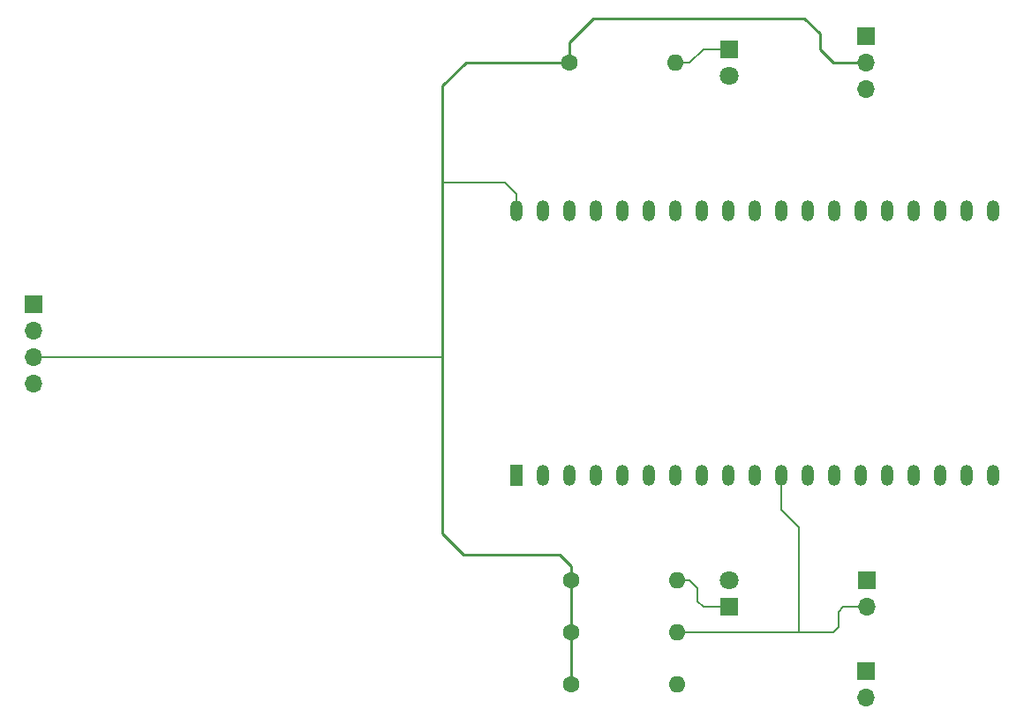
<source format=gbr>
%TF.GenerationSoftware,KiCad,Pcbnew,(6.0.9)*%
%TF.CreationDate,2022-12-30T22:43:23+01:00*%
%TF.ProjectId,mainboard,6d61696e-626f-4617-9264-2e6b69636164,rev?*%
%TF.SameCoordinates,Original*%
%TF.FileFunction,Copper,L2,Bot*%
%TF.FilePolarity,Positive*%
%FSLAX46Y46*%
G04 Gerber Fmt 4.6, Leading zero omitted, Abs format (unit mm)*
G04 Created by KiCad (PCBNEW (6.0.9)) date 2022-12-30 22:43:23*
%MOMM*%
%LPD*%
G01*
G04 APERTURE LIST*
%TA.AperFunction,ComponentPad*%
%ADD10R,1.800000X1.800000*%
%TD*%
%TA.AperFunction,ComponentPad*%
%ADD11C,1.800000*%
%TD*%
%TA.AperFunction,ComponentPad*%
%ADD12C,1.600000*%
%TD*%
%TA.AperFunction,ComponentPad*%
%ADD13O,1.600000X1.600000*%
%TD*%
%TA.AperFunction,ComponentPad*%
%ADD14R,1.700000X1.700000*%
%TD*%
%TA.AperFunction,ComponentPad*%
%ADD15O,1.700000X1.700000*%
%TD*%
%TA.AperFunction,ComponentPad*%
%ADD16R,1.200000X2.000000*%
%TD*%
%TA.AperFunction,ComponentPad*%
%ADD17O,1.200000X2.000000*%
%TD*%
%TA.AperFunction,Conductor*%
%ADD18C,0.200000*%
%TD*%
%TA.AperFunction,Conductor*%
%ADD19C,0.250000*%
%TD*%
G04 APERTURE END LIST*
D10*
%TO.P,REF\u002A\u002A,1*%
%TO.N,N/C*%
X162000000Y-76475000D03*
D11*
%TO.P,REF\u002A\u002A,2*%
X162000000Y-79015000D03*
%TD*%
D12*
%TO.P,REF\u002A\u002A,1*%
%TO.N,N/C*%
X146670000Y-77750000D03*
D13*
%TO.P,REF\u002A\u002A,2*%
X156830000Y-77750000D03*
%TD*%
D14*
%TO.P,REF\u002A\u002A,1*%
%TO.N,N/C*%
X175125000Y-136225000D03*
D15*
%TO.P,REF\u002A\u002A,2*%
X175125000Y-138765000D03*
%TD*%
D14*
%TO.P,REF\u002A\u002A,1*%
%TO.N,N/C*%
X95275000Y-100950000D03*
D15*
%TO.P,REF\u002A\u002A,2*%
X95275000Y-103490000D03*
%TO.P,REF\u002A\u002A,3*%
X95275000Y-106030000D03*
%TO.P,REF\u002A\u002A,4*%
X95275000Y-108570000D03*
%TD*%
D14*
%TO.P,REF\u002A\u002A,1*%
%TO.N,N/C*%
X175250000Y-127500000D03*
D15*
%TO.P,REF\u002A\u002A,2*%
X175250000Y-130040000D03*
%TD*%
D10*
%TO.P,REF\u002A\u002A,1*%
%TO.N,N/C*%
X162000000Y-130025000D03*
D11*
%TO.P,REF\u002A\u002A,2*%
X162000000Y-127485000D03*
%TD*%
D12*
%TO.P,REF\u002A\u002A,1*%
%TO.N,N/C*%
X146840000Y-132500000D03*
D13*
%TO.P,REF\u002A\u002A,2*%
X157000000Y-132500000D03*
%TD*%
D14*
%TO.P,REF\u002A\u002A,1*%
%TO.N,N/C*%
X175125000Y-75250000D03*
D15*
%TO.P,REF\u002A\u002A,2*%
X175125000Y-77790000D03*
%TO.P,REF\u002A\u002A,3*%
X175125000Y-80330000D03*
%TD*%
D16*
%TO.P,REF\u002A\u002A,1*%
%TO.N,N/C*%
X141655000Y-117425000D03*
D17*
%TO.P,REF\u002A\u002A,2*%
X144195000Y-117425000D03*
%TO.P,REF\u002A\u002A,3*%
X146735000Y-117425000D03*
%TO.P,REF\u002A\u002A,4*%
X149275000Y-117425000D03*
%TO.P,REF\u002A\u002A,5*%
X151815000Y-117425000D03*
%TO.P,REF\u002A\u002A,6*%
X154355000Y-117425000D03*
%TO.P,REF\u002A\u002A,7*%
X156895000Y-117425000D03*
%TO.P,REF\u002A\u002A,8*%
X159435000Y-117425000D03*
%TO.P,REF\u002A\u002A,9*%
X161975000Y-117425000D03*
%TO.P,REF\u002A\u002A,10*%
X164515000Y-117425000D03*
%TO.P,REF\u002A\u002A,11*%
X167055000Y-117425000D03*
%TO.P,REF\u002A\u002A,12*%
X169595000Y-117425000D03*
%TO.P,REF\u002A\u002A,13*%
X172135000Y-117425000D03*
%TO.P,REF\u002A\u002A,14*%
X174675000Y-117425000D03*
%TO.P,REF\u002A\u002A,15*%
X177215000Y-117425000D03*
%TO.P,REF\u002A\u002A,16*%
X179755000Y-117425000D03*
%TO.P,REF\u002A\u002A,17*%
X182295000Y-117425000D03*
%TO.P,REF\u002A\u002A,18*%
X184835000Y-117425000D03*
%TO.P,REF\u002A\u002A,19*%
X187375000Y-117425000D03*
%TO.P,REF\u002A\u002A,20*%
X187372280Y-92028680D03*
%TO.P,REF\u002A\u002A,21*%
X184832280Y-92028680D03*
%TO.P,REF\u002A\u002A,22*%
X182295000Y-92025000D03*
%TO.P,REF\u002A\u002A,23*%
X179755000Y-92025000D03*
%TO.P,REF\u002A\u002A,24*%
X177215000Y-92025000D03*
%TO.P,REF\u002A\u002A,25*%
X174675000Y-92025000D03*
%TO.P,REF\u002A\u002A,26*%
X172135000Y-92025000D03*
%TO.P,REF\u002A\u002A,27*%
X169595000Y-92025000D03*
%TO.P,REF\u002A\u002A,28*%
X167055000Y-92025000D03*
%TO.P,REF\u002A\u002A,29*%
X164515000Y-92025000D03*
%TO.P,REF\u002A\u002A,30*%
X161975000Y-92025000D03*
%TO.P,REF\u002A\u002A,31*%
X159435000Y-92025000D03*
%TO.P,REF\u002A\u002A,32*%
X156895000Y-92025000D03*
%TO.P,REF\u002A\u002A,33*%
X154355000Y-92025000D03*
%TO.P,REF\u002A\u002A,34*%
X151815000Y-92025000D03*
%TO.P,REF\u002A\u002A,35*%
X149275000Y-92025000D03*
%TO.P,REF\u002A\u002A,36*%
X146735000Y-92025000D03*
%TO.P,REF\u002A\u002A,37*%
X144195000Y-92025000D03*
%TO.P,REF\u002A\u002A,38*%
X141655000Y-92025000D03*
%TD*%
D12*
%TO.P,,1*%
%TO.N,N/C*%
X146840000Y-127500000D03*
D13*
%TO.P,,2*%
X157000000Y-127500000D03*
%TD*%
D12*
%TO.P,REF\u002A\u002A,1*%
%TO.N,N/C*%
X146840000Y-137500000D03*
D13*
%TO.P,REF\u002A\u002A,2*%
X157000000Y-137500000D03*
%TD*%
D18*
%TO.N,*%
X162000000Y-130025000D02*
X159525000Y-130025000D01*
X141655000Y-90405000D02*
X140500000Y-89250000D01*
X159525000Y-76475000D02*
X158250000Y-77750000D01*
D19*
X134500000Y-123000000D02*
X136500000Y-125000000D01*
X149000000Y-73500000D02*
X169250000Y-73500000D01*
D18*
X141655000Y-92025000D02*
X141655000Y-90405000D01*
D19*
X136750000Y-77750000D02*
X146670000Y-77750000D01*
D18*
X167055000Y-117425000D02*
X167055000Y-120695000D01*
D19*
X170750000Y-76500000D02*
X172040000Y-77790000D01*
D18*
X175250000Y-130040000D02*
X172960000Y-130040000D01*
D19*
X146840000Y-132500000D02*
X146840000Y-137500000D01*
X134500000Y-103000000D02*
X134500000Y-106000000D01*
D18*
X159525000Y-130025000D02*
X159000000Y-129500000D01*
X172500000Y-130500000D02*
X172500000Y-132000000D01*
X172960000Y-130040000D02*
X172500000Y-130500000D01*
D19*
X146840000Y-127500000D02*
X146840000Y-132500000D01*
X146670000Y-77750000D02*
X146670000Y-75830000D01*
X134500000Y-89250000D02*
X134500000Y-80000000D01*
D18*
X159000000Y-128250000D02*
X158250000Y-127500000D01*
X168750000Y-132500000D02*
X157000000Y-132500000D01*
X95275000Y-106030000D02*
X134470000Y-106030000D01*
D19*
X169250000Y-73500000D02*
X170750000Y-75000000D01*
X170750000Y-75000000D02*
X170750000Y-76500000D01*
D18*
X168750000Y-122390000D02*
X168750000Y-132500000D01*
D19*
X134500000Y-80000000D02*
X136750000Y-77750000D01*
D18*
X159000000Y-129500000D02*
X159000000Y-128250000D01*
D19*
X172040000Y-77790000D02*
X175125000Y-77790000D01*
X136500000Y-125000000D02*
X145750000Y-125000000D01*
D18*
X172000000Y-132500000D02*
X168750000Y-132500000D01*
X140500000Y-89250000D02*
X134500000Y-89250000D01*
X167055000Y-120695000D02*
X168750000Y-122390000D01*
D19*
X146670000Y-75830000D02*
X149000000Y-73500000D01*
X145750000Y-125000000D02*
X146840000Y-126090000D01*
D18*
X158250000Y-77750000D02*
X156830000Y-77750000D01*
X162000000Y-76475000D02*
X159525000Y-76475000D01*
X134470000Y-106030000D02*
X134500000Y-106000000D01*
X172500000Y-132000000D02*
X172000000Y-132500000D01*
D19*
X146840000Y-126090000D02*
X146840000Y-127500000D01*
X134500000Y-106000000D02*
X134500000Y-123000000D01*
D18*
X158250000Y-127500000D02*
X157000000Y-127500000D01*
D19*
X134500000Y-89250000D02*
X134500000Y-103000000D01*
%TD*%
M02*

</source>
